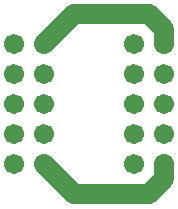
<source format=gtl>
%MOIN*%
%FSLAX25Y25*%
G04 D10 used for Character Trace; *
G04     Circle (OD=.01000) (No hole)*
G04 D11 used for Power Trace; *
G04     Circle (OD=.06500) (No hole)*
G04 D12 used for Signal Trace; *
G04     Circle (OD=.01100) (No hole)*
G04 D13 used for Via; *
G04     Circle (OD=.05800) (Round. Hole ID=.02800)*
G04 D14 used for Component hole; *
G04     Circle (OD=.06500) (Round. Hole ID=.03500)*
G04 D15 used for Component hole; *
G04     Circle (OD=.06700) (Round. Hole ID=.04300)*
G04 D16 used for Component hole; *
G04     Circle (OD=.08100) (Round. Hole ID=.05100)*
G04 D17 used for Component hole; *
G04     Circle (OD=.08900) (Round. Hole ID=.05900)*
G04 D18 used for Component hole; *
G04     Circle (OD=.11300) (Round. Hole ID=.08300)*
G04 D19 used for Component hole; *
G04     Circle (OD=.16000) (Round. Hole ID=.13000)*
G04 D20 used for Component hole; *
G04     Circle (OD=.18300) (Round. Hole ID=.15300)*
G04 D21 used for Component hole; *
G04     Circle (OD=.22291) (Round. Hole ID=.19291)*
%ADD10C,.01000*%
%ADD11C,.06500*%
%ADD12C,.01100*%
%ADD13C,.05800*%
%ADD14C,.06500*%
%ADD15C,.06700*%
%ADD16C,.08100*%
%ADD17C,.08900*%
%ADD18C,.11300*%
%ADD19C,.16000*%
%ADD20C,.18300*%
%ADD21C,.22291*%
%IPPOS*%
%LPD*%
G90*X0Y0D02*D15*X10000Y15000D03*X20000D03*D11*    
X30000Y5000D01*X55000D01*X60000Y10000D01*         
Y15000D01*D15*D03*X50000Y25000D03*X60000D03*      
X50000Y15000D03*X60000Y35000D03*X50000D03*        
X60000Y45000D03*X50000D03*X20000Y55000D03*D11*    
X30000Y65000D01*X55000D01*X60000Y60000D01*        
Y55000D01*D15*D03*X50000D03*X20000Y45000D03*      
Y35000D03*Y25000D03*X10000Y55000D03*Y45000D03*    
Y35000D03*Y25000D03*M02*                          

</source>
